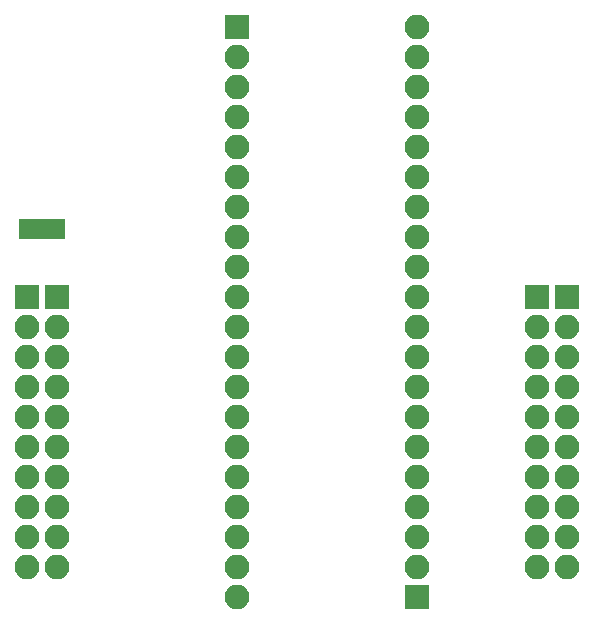
<source format=gts>
G04 #@! TF.FileFunction,Soldermask,Top*
%FSLAX46Y46*%
G04 Gerber Fmt 4.6, Leading zero omitted, Abs format (unit mm)*
G04 Created by KiCad (PCBNEW 4.0.7) date 01/26/18 10:19:39*
%MOMM*%
%LPD*%
G01*
G04 APERTURE LIST*
%ADD10C,0.100000*%
%ADD11R,2.100000X2.100000*%
%ADD12O,2.100000X2.100000*%
%ADD13R,1.370000X1.670000*%
G04 APERTURE END LIST*
D10*
D11*
X101600000Y-101600000D03*
D12*
X101600000Y-104140000D03*
X101600000Y-106680000D03*
X101600000Y-109220000D03*
X101600000Y-111760000D03*
X101600000Y-114300000D03*
X101600000Y-116840000D03*
X101600000Y-119380000D03*
X101600000Y-121920000D03*
X101600000Y-124460000D03*
D11*
X147320000Y-101600000D03*
D12*
X147320000Y-104140000D03*
X147320000Y-106680000D03*
X147320000Y-109220000D03*
X147320000Y-111760000D03*
X147320000Y-114300000D03*
X147320000Y-116840000D03*
X147320000Y-119380000D03*
X147320000Y-121920000D03*
X147320000Y-124460000D03*
D11*
X104140000Y-101600000D03*
D12*
X104140000Y-104140000D03*
X104140000Y-106680000D03*
X104140000Y-109220000D03*
X104140000Y-111760000D03*
X104140000Y-114300000D03*
X104140000Y-116840000D03*
X104140000Y-119380000D03*
X104140000Y-121920000D03*
X104140000Y-124460000D03*
D11*
X144780000Y-101600000D03*
D12*
X144780000Y-104140000D03*
X144780000Y-106680000D03*
X144780000Y-109220000D03*
X144780000Y-111760000D03*
X144780000Y-114300000D03*
X144780000Y-116840000D03*
X144780000Y-119380000D03*
X144780000Y-121920000D03*
X144780000Y-124460000D03*
D11*
X134620000Y-127000000D03*
D12*
X134620000Y-124460000D03*
X134620000Y-121920000D03*
X134620000Y-119380000D03*
X134620000Y-116840000D03*
X134620000Y-114300000D03*
X134620000Y-111760000D03*
X134620000Y-109220000D03*
X134620000Y-106680000D03*
X134620000Y-104140000D03*
X134620000Y-101600000D03*
X134620000Y-99060000D03*
X134620000Y-96520000D03*
X134620000Y-93980000D03*
X134620000Y-91440000D03*
X134620000Y-88900000D03*
X134620000Y-86360000D03*
X134620000Y-83820000D03*
X134620000Y-81280000D03*
X134620000Y-78740000D03*
D11*
X119380000Y-78740000D03*
D12*
X119380000Y-81280000D03*
X119380000Y-83820000D03*
X119380000Y-86360000D03*
X119380000Y-88900000D03*
X119380000Y-91440000D03*
X119380000Y-93980000D03*
X119380000Y-96520000D03*
X119380000Y-99060000D03*
X119380000Y-101600000D03*
X119380000Y-104140000D03*
X119380000Y-106680000D03*
X119380000Y-109220000D03*
X119380000Y-111760000D03*
X119380000Y-114300000D03*
X119380000Y-116840000D03*
X119380000Y-119380000D03*
X119380000Y-121920000D03*
X119380000Y-124460000D03*
X119380000Y-127000000D03*
D13*
X101600000Y-95885000D03*
X102870000Y-95885000D03*
X104140000Y-95885000D03*
M02*

</source>
